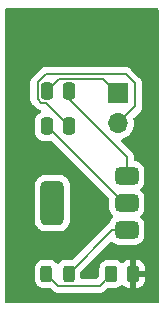
<source format=gbr>
%TF.GenerationSoftware,KiCad,Pcbnew,8.0.8*%
%TF.CreationDate,2025-05-29T20:22:17+02:00*%
%TF.ProjectId,5V_power_supply,35565f70-6f77-4657-925f-737570706c79,rev?*%
%TF.SameCoordinates,Original*%
%TF.FileFunction,Copper,L1,Top*%
%TF.FilePolarity,Positive*%
%FSLAX46Y46*%
G04 Gerber Fmt 4.6, Leading zero omitted, Abs format (unit mm)*
G04 Created by KiCad (PCBNEW 8.0.8) date 2025-05-29 20:22:17*
%MOMM*%
%LPD*%
G01*
G04 APERTURE LIST*
G04 Aperture macros list*
%AMRoundRect*
0 Rectangle with rounded corners*
0 $1 Rounding radius*
0 $2 $3 $4 $5 $6 $7 $8 $9 X,Y pos of 4 corners*
0 Add a 4 corners polygon primitive as box body*
4,1,4,$2,$3,$4,$5,$6,$7,$8,$9,$2,$3,0*
0 Add four circle primitives for the rounded corners*
1,1,$1+$1,$2,$3*
1,1,$1+$1,$4,$5*
1,1,$1+$1,$6,$7*
1,1,$1+$1,$8,$9*
0 Add four rect primitives between the rounded corners*
20,1,$1+$1,$2,$3,$4,$5,0*
20,1,$1+$1,$4,$5,$6,$7,0*
20,1,$1+$1,$6,$7,$8,$9,0*
20,1,$1+$1,$8,$9,$2,$3,0*%
G04 Aperture macros list end*
%TA.AperFunction,SMDPad,CuDef*%
%ADD10RoundRect,0.375000X0.625000X0.375000X-0.625000X0.375000X-0.625000X-0.375000X0.625000X-0.375000X0*%
%TD*%
%TA.AperFunction,SMDPad,CuDef*%
%ADD11RoundRect,0.500000X0.500000X1.400000X-0.500000X1.400000X-0.500000X-1.400000X0.500000X-1.400000X0*%
%TD*%
%TA.AperFunction,SMDPad,CuDef*%
%ADD12RoundRect,0.250000X-0.262500X-0.450000X0.262500X-0.450000X0.262500X0.450000X-0.262500X0.450000X0*%
%TD*%
%TA.AperFunction,ComponentPad*%
%ADD13R,1.700000X1.700000*%
%TD*%
%TA.AperFunction,ComponentPad*%
%ADD14O,1.700000X1.700000*%
%TD*%
%TA.AperFunction,SMDPad,CuDef*%
%ADD15RoundRect,0.243750X-0.243750X-0.456250X0.243750X-0.456250X0.243750X0.456250X-0.243750X0.456250X0*%
%TD*%
%TA.AperFunction,SMDPad,CuDef*%
%ADD16RoundRect,0.250000X-0.250000X-0.475000X0.250000X-0.475000X0.250000X0.475000X-0.250000X0.475000X0*%
%TD*%
%TA.AperFunction,Conductor*%
%ADD17C,0.200000*%
%TD*%
G04 APERTURE END LIST*
D10*
%TO.P,U1,1,GND*%
%TO.N,Net-(D1-A)*%
X144300000Y-94300000D03*
%TO.P,U1,2,VO*%
%TO.N,Net-(U1-VO)*%
X144300000Y-92000000D03*
%TO.P,U1,3,VI*%
%TO.N,Net-(U1-VI)*%
X144300000Y-89700000D03*
D11*
%TO.P,U1,4*%
%TO.N,N/C*%
X138000000Y-92000000D03*
%TD*%
D12*
%TO.P,R1,1*%
%TO.N,Net-(D1-K)*%
X143000000Y-98000000D03*
%TO.P,R1,2*%
%TO.N,GND*%
X144825000Y-98000000D03*
%TD*%
D13*
%TO.P,J1,1,Pin_1*%
%TO.N,/vcc*%
X143550000Y-82725000D03*
D14*
%TO.P,J1,2,Pin_2*%
%TO.N,Net-(J1-Pin_2)*%
X143550000Y-85265000D03*
%TD*%
D15*
%TO.P,D1,1,K*%
%TO.N,Net-(D1-K)*%
X137500000Y-98000000D03*
%TO.P,D1,2,A*%
%TO.N,Net-(D1-A)*%
X139375000Y-98000000D03*
%TD*%
D16*
%TO.P,C2,1*%
%TO.N,Net-(U1-VO)*%
X137550000Y-85510000D03*
%TO.P,C2,2*%
%TO.N,Net-(J1-Pin_2)*%
X139450000Y-85510000D03*
%TD*%
%TO.P,C1,1*%
%TO.N,/vcc*%
X137550000Y-82500000D03*
%TO.P,C1,2*%
%TO.N,Net-(U1-VI)*%
X139450000Y-82500000D03*
%TD*%
D17*
%TO.N,Net-(D1-K)*%
X142000000Y-99000000D02*
X143000000Y-98000000D01*
X138500000Y-99000000D02*
X142000000Y-99000000D01*
X137500000Y-98000000D02*
X138500000Y-99000000D01*
%TO.N,Net-(D1-A)*%
X143075000Y-94300000D02*
X139375000Y-98000000D01*
X144300000Y-94300000D02*
X143075000Y-94300000D01*
%TO.N,Net-(U1-VO)*%
X144040000Y-92000000D02*
X144300000Y-92000000D01*
X137550000Y-85510000D02*
X144040000Y-92000000D01*
%TO.N,Net-(J1-Pin_2)*%
X145000000Y-83815000D02*
X143550000Y-85265000D01*
X144200000Y-81075000D02*
X145000000Y-81875000D01*
X137465256Y-81075000D02*
X144200000Y-81075000D01*
X145000000Y-81875000D02*
X145000000Y-83815000D01*
X136750000Y-81790256D02*
X137465256Y-81075000D01*
X136750000Y-83209744D02*
X136750000Y-81790256D01*
X137065256Y-83525000D02*
X136750000Y-83209744D01*
X137465000Y-83525000D02*
X137065256Y-83525000D01*
X139450000Y-85510000D02*
X137465000Y-83525000D01*
%TO.N,Net-(U1-VI)*%
X144300000Y-88075000D02*
X144300000Y-89700000D01*
X139450000Y-83225000D02*
X144300000Y-88075000D01*
X139450000Y-82500000D02*
X139450000Y-83225000D01*
%TO.N,/vcc*%
X138575000Y-81475000D02*
X137550000Y-82500000D01*
X143550000Y-82725000D02*
X142300000Y-81475000D01*
X142300000Y-81475000D02*
X138575000Y-81475000D01*
%TD*%
%TA.AperFunction,Conductor*%
%TO.N,GND*%
G36*
X146942539Y-75520185D02*
G01*
X146988294Y-75572989D01*
X146999500Y-75624500D01*
X146999500Y-100375500D01*
X146979815Y-100442539D01*
X146927011Y-100488294D01*
X146875500Y-100499500D01*
X134124500Y-100499500D01*
X134057461Y-100479815D01*
X134011706Y-100427011D01*
X134000500Y-100375500D01*
X134000500Y-90541966D01*
X136499500Y-90541966D01*
X136499500Y-93458028D01*
X136499501Y-93458034D01*
X136510113Y-93577415D01*
X136566089Y-93773045D01*
X136566090Y-93773048D01*
X136566091Y-93773049D01*
X136660302Y-93953407D01*
X136660304Y-93953409D01*
X136788890Y-94111109D01*
X136882803Y-94187684D01*
X136946593Y-94239698D01*
X137126951Y-94333909D01*
X137322582Y-94389886D01*
X137441963Y-94400500D01*
X138558036Y-94400499D01*
X138677418Y-94389886D01*
X138873049Y-94333909D01*
X139053407Y-94239698D01*
X139211109Y-94111109D01*
X139339698Y-93953407D01*
X139433909Y-93773049D01*
X139489886Y-93577418D01*
X139500500Y-93458037D01*
X139500499Y-90541964D01*
X139489886Y-90422582D01*
X139433909Y-90226951D01*
X139339698Y-90046593D01*
X139287684Y-89982803D01*
X139211109Y-89888890D01*
X139053409Y-89760304D01*
X139053410Y-89760304D01*
X139053407Y-89760302D01*
X138873049Y-89666091D01*
X138873048Y-89666090D01*
X138873045Y-89666089D01*
X138755829Y-89632550D01*
X138677418Y-89610114D01*
X138677415Y-89610113D01*
X138677413Y-89610113D01*
X138611102Y-89604217D01*
X138558037Y-89599500D01*
X138558032Y-89599500D01*
X137441971Y-89599500D01*
X137441965Y-89599500D01*
X137441964Y-89599501D01*
X137430316Y-89600536D01*
X137322584Y-89610113D01*
X137126954Y-89666089D01*
X137036772Y-89713196D01*
X136946593Y-89760302D01*
X136946591Y-89760303D01*
X136946590Y-89760304D01*
X136788890Y-89888890D01*
X136660304Y-90046590D01*
X136566089Y-90226954D01*
X136510114Y-90422583D01*
X136510113Y-90422586D01*
X136499500Y-90541966D01*
X134000500Y-90541966D01*
X134000500Y-83288798D01*
X136149498Y-83288798D01*
X136190423Y-83441529D01*
X136219358Y-83491644D01*
X136219359Y-83491648D01*
X136219360Y-83491648D01*
X136252825Y-83549613D01*
X136269479Y-83578458D01*
X136269481Y-83578461D01*
X136388349Y-83697329D01*
X136388355Y-83697334D01*
X136580395Y-83889374D01*
X136580405Y-83889385D01*
X136584735Y-83893715D01*
X136584736Y-83893716D01*
X136696540Y-84005520D01*
X136768012Y-84046784D01*
X136833471Y-84084577D01*
X136959614Y-84118376D01*
X137019272Y-84154740D01*
X137049801Y-84217586D01*
X137041507Y-84286962D01*
X136997022Y-84340840D01*
X136982162Y-84349263D01*
X136831342Y-84442289D01*
X136707289Y-84566342D01*
X136615187Y-84715663D01*
X136615186Y-84715666D01*
X136560001Y-84882203D01*
X136560001Y-84882204D01*
X136560000Y-84882204D01*
X136549500Y-84984983D01*
X136549500Y-86035001D01*
X136549501Y-86035019D01*
X136560000Y-86137796D01*
X136560001Y-86137799D01*
X136614907Y-86303493D01*
X136615186Y-86304334D01*
X136707288Y-86453656D01*
X136831344Y-86577712D01*
X136980666Y-86669814D01*
X137147203Y-86724999D01*
X137249991Y-86735500D01*
X137850008Y-86735499D01*
X137860576Y-86734419D01*
X137929268Y-86747187D01*
X137960861Y-86770096D01*
X142763181Y-91572416D01*
X142796666Y-91633739D01*
X142799500Y-91660097D01*
X142799500Y-92451122D01*
X142799501Y-92451125D01*
X142802399Y-92493886D01*
X142802399Y-92493887D01*
X142848360Y-92678696D01*
X142932967Y-92849292D01*
X142932969Y-92849295D01*
X143052277Y-92997721D01*
X143052278Y-92997722D01*
X143121486Y-93053353D01*
X143161405Y-93110696D01*
X143163985Y-93180518D01*
X143128406Y-93240651D01*
X143121486Y-93246647D01*
X143052278Y-93302277D01*
X143052277Y-93302278D01*
X142932969Y-93450704D01*
X142932967Y-93450707D01*
X142848360Y-93621303D01*
X142848357Y-93621311D01*
X142827344Y-93705805D01*
X142792062Y-93766112D01*
X142769010Y-93783265D01*
X142706287Y-93819477D01*
X142706282Y-93819481D01*
X142594478Y-93931286D01*
X139762418Y-96763345D01*
X139701095Y-96796830D01*
X139671505Y-96799254D01*
X139671505Y-96799500D01*
X139668514Y-96799500D01*
X139668453Y-96799505D01*
X139668354Y-96799500D01*
X139668348Y-96799500D01*
X139081652Y-96799500D01*
X139081644Y-96799500D01*
X138979723Y-96809913D01*
X138814577Y-96864637D01*
X138814566Y-96864642D01*
X138666500Y-96955971D01*
X138666496Y-96955974D01*
X138543474Y-97078996D01*
X138543471Y-97079000D01*
X138543038Y-97079703D01*
X138542614Y-97080083D01*
X138538993Y-97084664D01*
X138538210Y-97084045D01*
X138491090Y-97126428D01*
X138422128Y-97137649D01*
X138358046Y-97109806D01*
X138336157Y-97084544D01*
X138336007Y-97084664D01*
X138333359Y-97081315D01*
X138331962Y-97079703D01*
X138331528Y-97079000D01*
X138331525Y-97078996D01*
X138208503Y-96955974D01*
X138208499Y-96955971D01*
X138060433Y-96864642D01*
X138060427Y-96864639D01*
X138060425Y-96864638D01*
X138060422Y-96864637D01*
X137895276Y-96809913D01*
X137793355Y-96799500D01*
X137793348Y-96799500D01*
X137206652Y-96799500D01*
X137206644Y-96799500D01*
X137104723Y-96809913D01*
X136939577Y-96864637D01*
X136939566Y-96864642D01*
X136791500Y-96955971D01*
X136791496Y-96955974D01*
X136668474Y-97078996D01*
X136668471Y-97079000D01*
X136577142Y-97227066D01*
X136577137Y-97227077D01*
X136522413Y-97392223D01*
X136512000Y-97494144D01*
X136512000Y-98505855D01*
X136522413Y-98607776D01*
X136577137Y-98772922D01*
X136577142Y-98772933D01*
X136668471Y-98920999D01*
X136668474Y-98921003D01*
X136791496Y-99044025D01*
X136791500Y-99044028D01*
X136939566Y-99135357D01*
X136939569Y-99135358D01*
X136939575Y-99135362D01*
X137104725Y-99190087D01*
X137206652Y-99200500D01*
X137206657Y-99200500D01*
X137793337Y-99200500D01*
X137793348Y-99200500D01*
X137793359Y-99200498D01*
X137793415Y-99200496D01*
X137793432Y-99200500D01*
X137796505Y-99200500D01*
X137796505Y-99201234D01*
X137861371Y-99216737D01*
X137887418Y-99236654D01*
X138131284Y-99480520D01*
X138131286Y-99480521D01*
X138131290Y-99480524D01*
X138268209Y-99559573D01*
X138268216Y-99559577D01*
X138420943Y-99600501D01*
X138420945Y-99600501D01*
X138586654Y-99600501D01*
X138586670Y-99600500D01*
X141913331Y-99600500D01*
X141913347Y-99600501D01*
X141920943Y-99600501D01*
X142079054Y-99600501D01*
X142079057Y-99600501D01*
X142231785Y-99559577D01*
X142281904Y-99530639D01*
X142368716Y-99480520D01*
X142480520Y-99368716D01*
X142480520Y-99368714D01*
X142490728Y-99358507D01*
X142490730Y-99358504D01*
X142612417Y-99236816D01*
X142673738Y-99203333D01*
X142700086Y-99200499D01*
X143312508Y-99200499D01*
X143312516Y-99200498D01*
X143312519Y-99200498D01*
X143368802Y-99194748D01*
X143415297Y-99189999D01*
X143581834Y-99134814D01*
X143731156Y-99042712D01*
X143825175Y-98948692D01*
X143886494Y-98915210D01*
X143956186Y-98920194D01*
X144000534Y-98948695D01*
X144094154Y-99042315D01*
X144243375Y-99134356D01*
X144243380Y-99134358D01*
X144409802Y-99189505D01*
X144409809Y-99189506D01*
X144512519Y-99199999D01*
X145075000Y-99199999D01*
X145137472Y-99199999D01*
X145137486Y-99199998D01*
X145240197Y-99189505D01*
X145406619Y-99134358D01*
X145406624Y-99134356D01*
X145555845Y-99042315D01*
X145679815Y-98918345D01*
X145771856Y-98769124D01*
X145771858Y-98769119D01*
X145827005Y-98602697D01*
X145827006Y-98602690D01*
X145837499Y-98499986D01*
X145837500Y-98499973D01*
X145837500Y-98250000D01*
X145075000Y-98250000D01*
X145075000Y-99199999D01*
X144512519Y-99199999D01*
X144574999Y-99199998D01*
X144575000Y-99199998D01*
X144575000Y-97750000D01*
X145075000Y-97750000D01*
X145837499Y-97750000D01*
X145837499Y-97500028D01*
X145837498Y-97500013D01*
X145827005Y-97397302D01*
X145771858Y-97230880D01*
X145771856Y-97230875D01*
X145679815Y-97081654D01*
X145555845Y-96957684D01*
X145406624Y-96865643D01*
X145406619Y-96865641D01*
X145240197Y-96810494D01*
X145240190Y-96810493D01*
X145137486Y-96800000D01*
X145075000Y-96800000D01*
X145075000Y-97750000D01*
X144575000Y-97750000D01*
X144575000Y-96800000D01*
X144574999Y-96799999D01*
X144512528Y-96800000D01*
X144512511Y-96800001D01*
X144409802Y-96810494D01*
X144243380Y-96865641D01*
X144243375Y-96865643D01*
X144094157Y-96957682D01*
X144000534Y-97051305D01*
X143939210Y-97084789D01*
X143869519Y-97079805D01*
X143825172Y-97051304D01*
X143731157Y-96957289D01*
X143731156Y-96957288D01*
X143581834Y-96865186D01*
X143415297Y-96810001D01*
X143415295Y-96810000D01*
X143312510Y-96799500D01*
X142687498Y-96799500D01*
X142687480Y-96799501D01*
X142584703Y-96810000D01*
X142584700Y-96810001D01*
X142418168Y-96865185D01*
X142418163Y-96865187D01*
X142268842Y-96957289D01*
X142144789Y-97081342D01*
X142052687Y-97230663D01*
X142052685Y-97230668D01*
X142052615Y-97230880D01*
X141997501Y-97397203D01*
X141997501Y-97397204D01*
X141997500Y-97397204D01*
X141987000Y-97499983D01*
X141987000Y-98112400D01*
X141967315Y-98179439D01*
X141950682Y-98200081D01*
X141823754Y-98327011D01*
X141787584Y-98363181D01*
X141726261Y-98396666D01*
X141699902Y-98399500D01*
X140487000Y-98399500D01*
X140419961Y-98379815D01*
X140374206Y-98327011D01*
X140363000Y-98275500D01*
X140363000Y-97912596D01*
X140382685Y-97845557D01*
X140399314Y-97824920D01*
X142903895Y-95320338D01*
X142965216Y-95286855D01*
X143034908Y-95291839D01*
X143069259Y-95311372D01*
X143200704Y-95417030D01*
X143200707Y-95417031D01*
X143200709Y-95417033D01*
X143371302Y-95501639D01*
X143371303Y-95501639D01*
X143371307Y-95501641D01*
X143556111Y-95547600D01*
X143598877Y-95550500D01*
X145001122Y-95550499D01*
X145043889Y-95547600D01*
X145228693Y-95501641D01*
X145399296Y-95417030D01*
X145547722Y-95297722D01*
X145667030Y-95149296D01*
X145751641Y-94978693D01*
X145797600Y-94793889D01*
X145800500Y-94751123D01*
X145800499Y-93848878D01*
X145797600Y-93806111D01*
X145751641Y-93621307D01*
X145670667Y-93458037D01*
X145667032Y-93450707D01*
X145667030Y-93450704D01*
X145547722Y-93302278D01*
X145547721Y-93302277D01*
X145478514Y-93246647D01*
X145438595Y-93189304D01*
X145436015Y-93119482D01*
X145471594Y-93059349D01*
X145478514Y-93053353D01*
X145487909Y-93045800D01*
X145547722Y-92997722D01*
X145667030Y-92849296D01*
X145751641Y-92678693D01*
X145797600Y-92493889D01*
X145800500Y-92451123D01*
X145800499Y-91548878D01*
X145797600Y-91506111D01*
X145751641Y-91321307D01*
X145749046Y-91316075D01*
X145667032Y-91150707D01*
X145667030Y-91150704D01*
X145547722Y-91002278D01*
X145547721Y-91002277D01*
X145478514Y-90946647D01*
X145438595Y-90889304D01*
X145436015Y-90819482D01*
X145471594Y-90759349D01*
X145478514Y-90753353D01*
X145487909Y-90745800D01*
X145547722Y-90697722D01*
X145667030Y-90549296D01*
X145751641Y-90378693D01*
X145797600Y-90193889D01*
X145800500Y-90151123D01*
X145800499Y-89248878D01*
X145797600Y-89206111D01*
X145751641Y-89021307D01*
X145749046Y-89016075D01*
X145667032Y-88850707D01*
X145667030Y-88850704D01*
X145547722Y-88702278D01*
X145547721Y-88702277D01*
X145399295Y-88582969D01*
X145399292Y-88582967D01*
X145228697Y-88498360D01*
X145043892Y-88452400D01*
X145016107Y-88450516D01*
X144950554Y-88426339D01*
X144908478Y-88370559D01*
X144900500Y-88326800D01*
X144900500Y-88164060D01*
X144900501Y-88164047D01*
X144900501Y-87995944D01*
X144859576Y-87843214D01*
X144859573Y-87843209D01*
X144780524Y-87706290D01*
X144780518Y-87706282D01*
X143849647Y-86775411D01*
X143816162Y-86714088D01*
X143821146Y-86644396D01*
X143863018Y-86588463D01*
X143905233Y-86567956D01*
X143974811Y-86549313D01*
X144013653Y-86538906D01*
X144013654Y-86538905D01*
X144013663Y-86538903D01*
X144227830Y-86439035D01*
X144421401Y-86303495D01*
X144588495Y-86136401D01*
X144724035Y-85942830D01*
X144823903Y-85728663D01*
X144885063Y-85500408D01*
X144905659Y-85265000D01*
X144905335Y-85261302D01*
X144894002Y-85131762D01*
X144885063Y-85029592D01*
X144850671Y-84901239D01*
X144852334Y-84831393D01*
X144882763Y-84781470D01*
X145480520Y-84183716D01*
X145559577Y-84046784D01*
X145600501Y-83894057D01*
X145600501Y-83735942D01*
X145600501Y-83728347D01*
X145600500Y-83728329D01*
X145600500Y-81964059D01*
X145600501Y-81964046D01*
X145600501Y-81795945D01*
X145600501Y-81795943D01*
X145559577Y-81643215D01*
X145510650Y-81558471D01*
X145480520Y-81506284D01*
X145368716Y-81394480D01*
X145368715Y-81394479D01*
X145364385Y-81390149D01*
X145364374Y-81390139D01*
X144687590Y-80713355D01*
X144687588Y-80713352D01*
X144568717Y-80594481D01*
X144568716Y-80594480D01*
X144481904Y-80544360D01*
X144481904Y-80544359D01*
X144481900Y-80544358D01*
X144431785Y-80515423D01*
X144279057Y-80474499D01*
X144120943Y-80474499D01*
X144113347Y-80474499D01*
X144113331Y-80474500D01*
X137551926Y-80474500D01*
X137551910Y-80474499D01*
X137544314Y-80474499D01*
X137386199Y-80474499D01*
X137309835Y-80494961D01*
X137233470Y-80515423D01*
X137233465Y-80515426D01*
X137096546Y-80594475D01*
X137096538Y-80594481D01*
X136269481Y-81421538D01*
X136269480Y-81421540D01*
X136220553Y-81506286D01*
X136219361Y-81508350D01*
X136219359Y-81508352D01*
X136190425Y-81558465D01*
X136190424Y-81558466D01*
X136174544Y-81617728D01*
X136149499Y-81711199D01*
X136149499Y-81711201D01*
X136149499Y-81879302D01*
X136149500Y-81879315D01*
X136149500Y-83123074D01*
X136149499Y-83123092D01*
X136149499Y-83288798D01*
X136149498Y-83288798D01*
X134000500Y-83288798D01*
X134000500Y-75624500D01*
X134020185Y-75557461D01*
X134072989Y-75511706D01*
X134124500Y-75500500D01*
X146875500Y-75500500D01*
X146942539Y-75520185D01*
G37*
%TD.AperFunction*%
%TD*%
M02*

</source>
